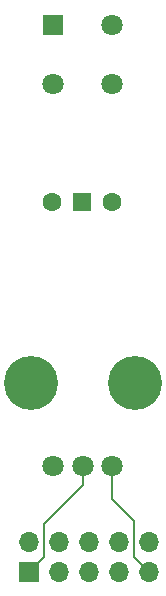
<source format=gbr>
%TF.GenerationSoftware,KiCad,Pcbnew,8.0.3*%
%TF.CreationDate,2025-02-14T11:31:19+01:00*%
%TF.ProjectId,RC,52432e6b-6963-4616-945f-706362585858,rev?*%
%TF.SameCoordinates,Original*%
%TF.FileFunction,Copper,L1,Top*%
%TF.FilePolarity,Positive*%
%FSLAX46Y46*%
G04 Gerber Fmt 4.6, Leading zero omitted, Abs format (unit mm)*
G04 Created by KiCad (PCBNEW 8.0.3) date 2025-02-14 11:31:19*
%MOMM*%
%LPD*%
G01*
G04 APERTURE LIST*
%TA.AperFunction,ComponentPad*%
%ADD10R,1.800000X1.800000*%
%TD*%
%TA.AperFunction,ComponentPad*%
%ADD11C,1.800000*%
%TD*%
%TA.AperFunction,ComponentPad*%
%ADD12R,1.700000X1.700000*%
%TD*%
%TA.AperFunction,ComponentPad*%
%ADD13O,1.700000X1.700000*%
%TD*%
%TA.AperFunction,ComponentPad*%
%ADD14R,1.500000X1.500000*%
%TD*%
%TA.AperFunction,ComponentPad*%
%ADD15C,1.600000*%
%TD*%
%TA.AperFunction,ComponentPad*%
%ADD16C,4.575000*%
%TD*%
%TA.AperFunction,Conductor*%
%ADD17C,0.200000*%
%TD*%
G04 APERTURE END LIST*
D10*
%TO.P,SW1,1,1*%
%TO.N,unconnected-(SW1-Pad1)*%
X147000000Y-74990000D03*
D11*
%TO.P,SW1,2,2*%
%TO.N,unconnected-(SW1-Pad2)*%
X152000000Y-74990000D03*
%TO.P,SW1,3,3*%
%TO.N,Net-(J1-Pin_5)*%
X147000000Y-79990000D03*
%TO.P,SW1,4,4*%
%TO.N,Net-(J1-Pin_10)*%
X152000000Y-79990000D03*
%TD*%
D12*
%TO.P,J1,1,Pin_1*%
%TO.N,Net-(J1-Pin_1)*%
X144925000Y-121275000D03*
D13*
%TO.P,J1,2,Pin_2*%
%TO.N,Net-(J1-Pin_2)*%
X144925000Y-118735000D03*
%TO.P,J1,3,Pin_3*%
%TO.N,unconnected-(J1-Pin_3-Pad3)*%
X147465000Y-121275000D03*
%TO.P,J1,4,Pin_4*%
%TO.N,unconnected-(J1-Pin_4-Pad4)*%
X147465000Y-118735000D03*
%TO.P,J1,5,Pin_5*%
%TO.N,Net-(J1-Pin_5)*%
X150005000Y-121275000D03*
%TO.P,J1,6,Pin_6*%
%TO.N,unconnected-(J1-Pin_6-Pad6)*%
X150005000Y-118735000D03*
%TO.P,J1,7,Pin_7*%
%TO.N,unconnected-(J1-Pin_7-Pad7)*%
X152545000Y-121275000D03*
%TO.P,J1,8,Pin_8*%
%TO.N,unconnected-(J1-Pin_8-Pad8)*%
X152545000Y-118735000D03*
%TO.P,J1,9,Pin_9*%
%TO.N,Net-(J1-Pin_9)*%
X155085000Y-121275000D03*
%TO.P,J1,10,Pin_10*%
%TO.N,Net-(J1-Pin_10)*%
X155085000Y-118735000D03*
%TD*%
D14*
%TO.P,SW2,1,B*%
%TO.N,Net-(J1-Pin_2)*%
X149460000Y-90000000D03*
D15*
%TO.P,SW2,2,C*%
%TO.N,Net-(J1-Pin_5)*%
X146920000Y-90000000D03*
%TO.P,SW2,3,A*%
%TO.N,unconnected-(SW2-A-Pad3)*%
X152000000Y-90000000D03*
%TD*%
D11*
%TO.P,VR1,1,CCW*%
%TO.N,unconnected-(VR1-CCW-Pad1)*%
X147000000Y-112325000D03*
%TO.P,VR1,2,WIPER*%
%TO.N,Net-(J1-Pin_1)*%
X149500000Y-112325000D03*
%TO.P,VR1,3,CW*%
%TO.N,Net-(J1-Pin_9)*%
X152000000Y-112325000D03*
D16*
%TO.P,VR1,MH1,MH1*%
%TO.N,unconnected-(VR1-PadMH1)*%
X145100000Y-105325000D03*
%TO.P,VR1,MH2,MH2*%
%TO.N,unconnected-(VR1-PadMH2)*%
X153900000Y-105325000D03*
%TD*%
D17*
%TO.N,Net-(J1-Pin_1)*%
X149500000Y-112325000D02*
X149500000Y-113925000D01*
X146200000Y-120000000D02*
X144925000Y-121275000D01*
X149500000Y-113925000D02*
X146200000Y-117225000D01*
X146200000Y-117225000D02*
X146200000Y-120000000D01*
%TO.N,Net-(J1-Pin_9)*%
X152000000Y-112325000D02*
X152000000Y-115150000D01*
X153850000Y-120040000D02*
X155085000Y-121275000D01*
X153850000Y-117000000D02*
X153850000Y-120040000D01*
X152000000Y-115150000D02*
X153850000Y-117000000D01*
%TD*%
M02*

</source>
